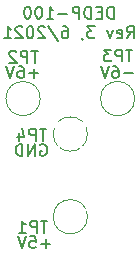
<source format=gbo>
G04 #@! TF.GenerationSoftware,KiCad,Pcbnew,5.1.9-73d0e3b20d~88~ubuntu20.04.1*
G04 #@! TF.CreationDate,2021-06-04T11:55:54+03:00*
G04 #@! TF.ProjectId,differential-tweezer,64696666-6572-4656-9e74-69616c2d7477,rev?*
G04 #@! TF.SameCoordinates,Original*
G04 #@! TF.FileFunction,Legend,Bot*
G04 #@! TF.FilePolarity,Positive*
%FSLAX46Y46*%
G04 Gerber Fmt 4.6, Leading zero omitted, Abs format (unit mm)*
G04 Created by KiCad (PCBNEW 5.1.9-73d0e3b20d~88~ubuntu20.04.1) date 2021-06-04 11:55:54*
%MOMM*%
%LPD*%
G01*
G04 APERTURE LIST*
%ADD10C,0.150000*%
%ADD11C,0.120000*%
%ADD12C,2.800000*%
%ADD13C,2.000000*%
%ADD14C,0.600000*%
%ADD15C,4.200000*%
%ADD16C,2.500000*%
G04 APERTURE END LIST*
D10*
X17661904Y-15227380D02*
X17661904Y-14227380D01*
X17423809Y-14227380D01*
X17280952Y-14275000D01*
X17185714Y-14370238D01*
X17138095Y-14465476D01*
X17090476Y-14655952D01*
X17090476Y-14798809D01*
X17138095Y-14989285D01*
X17185714Y-15084523D01*
X17280952Y-15179761D01*
X17423809Y-15227380D01*
X17661904Y-15227380D01*
X16661904Y-14703571D02*
X16328571Y-14703571D01*
X16185714Y-15227380D02*
X16661904Y-15227380D01*
X16661904Y-14227380D01*
X16185714Y-14227380D01*
X15757142Y-15227380D02*
X15757142Y-14227380D01*
X15519047Y-14227380D01*
X15376190Y-14275000D01*
X15280952Y-14370238D01*
X15233333Y-14465476D01*
X15185714Y-14655952D01*
X15185714Y-14798809D01*
X15233333Y-14989285D01*
X15280952Y-15084523D01*
X15376190Y-15179761D01*
X15519047Y-15227380D01*
X15757142Y-15227380D01*
X14757142Y-15227380D02*
X14757142Y-14227380D01*
X14376190Y-14227380D01*
X14280952Y-14275000D01*
X14233333Y-14322619D01*
X14185714Y-14417857D01*
X14185714Y-14560714D01*
X14233333Y-14655952D01*
X14280952Y-14703571D01*
X14376190Y-14751190D01*
X14757142Y-14751190D01*
X13757142Y-14846428D02*
X12995238Y-14846428D01*
X11995238Y-15227380D02*
X12566666Y-15227380D01*
X12280952Y-15227380D02*
X12280952Y-14227380D01*
X12376190Y-14370238D01*
X12471428Y-14465476D01*
X12566666Y-14513095D01*
X11376190Y-14227380D02*
X11280952Y-14227380D01*
X11185714Y-14275000D01*
X11138095Y-14322619D01*
X11090476Y-14417857D01*
X11042857Y-14608333D01*
X11042857Y-14846428D01*
X11090476Y-15036904D01*
X11138095Y-15132142D01*
X11185714Y-15179761D01*
X11280952Y-15227380D01*
X11376190Y-15227380D01*
X11471428Y-15179761D01*
X11519047Y-15132142D01*
X11566666Y-15036904D01*
X11614285Y-14846428D01*
X11614285Y-14608333D01*
X11566666Y-14417857D01*
X11519047Y-14322619D01*
X11471428Y-14275000D01*
X11376190Y-14227380D01*
X10423809Y-14227380D02*
X10328571Y-14227380D01*
X10233333Y-14275000D01*
X10185714Y-14322619D01*
X10138095Y-14417857D01*
X10090476Y-14608333D01*
X10090476Y-14846428D01*
X10138095Y-15036904D01*
X10185714Y-15132142D01*
X10233333Y-15179761D01*
X10328571Y-15227380D01*
X10423809Y-15227380D01*
X10519047Y-15179761D01*
X10566666Y-15132142D01*
X10614285Y-15036904D01*
X10661904Y-14846428D01*
X10661904Y-14608333D01*
X10614285Y-14417857D01*
X10566666Y-14322619D01*
X10519047Y-14275000D01*
X10423809Y-14227380D01*
X18780952Y-16877380D02*
X19114285Y-16401190D01*
X19352380Y-16877380D02*
X19352380Y-15877380D01*
X18971428Y-15877380D01*
X18876190Y-15925000D01*
X18828571Y-15972619D01*
X18780952Y-16067857D01*
X18780952Y-16210714D01*
X18828571Y-16305952D01*
X18876190Y-16353571D01*
X18971428Y-16401190D01*
X19352380Y-16401190D01*
X17971428Y-16829761D02*
X18066666Y-16877380D01*
X18257142Y-16877380D01*
X18352380Y-16829761D01*
X18400000Y-16734523D01*
X18400000Y-16353571D01*
X18352380Y-16258333D01*
X18257142Y-16210714D01*
X18066666Y-16210714D01*
X17971428Y-16258333D01*
X17923809Y-16353571D01*
X17923809Y-16448809D01*
X18400000Y-16544047D01*
X17590476Y-16210714D02*
X17352380Y-16877380D01*
X17114285Y-16210714D01*
X16066666Y-15877380D02*
X15447619Y-15877380D01*
X15780952Y-16258333D01*
X15638095Y-16258333D01*
X15542857Y-16305952D01*
X15495238Y-16353571D01*
X15447619Y-16448809D01*
X15447619Y-16686904D01*
X15495238Y-16782142D01*
X15542857Y-16829761D01*
X15638095Y-16877380D01*
X15923809Y-16877380D01*
X16019047Y-16829761D01*
X16066666Y-16782142D01*
X14971428Y-16829761D02*
X14971428Y-16877380D01*
X15019047Y-16972619D01*
X15066666Y-17020238D01*
X13352380Y-15877380D02*
X13542857Y-15877380D01*
X13638095Y-15925000D01*
X13685714Y-15972619D01*
X13780952Y-16115476D01*
X13828571Y-16305952D01*
X13828571Y-16686904D01*
X13780952Y-16782142D01*
X13733333Y-16829761D01*
X13638095Y-16877380D01*
X13447619Y-16877380D01*
X13352380Y-16829761D01*
X13304761Y-16782142D01*
X13257142Y-16686904D01*
X13257142Y-16448809D01*
X13304761Y-16353571D01*
X13352380Y-16305952D01*
X13447619Y-16258333D01*
X13638095Y-16258333D01*
X13733333Y-16305952D01*
X13780952Y-16353571D01*
X13828571Y-16448809D01*
X12114285Y-15829761D02*
X12971428Y-17115476D01*
X11828571Y-15972619D02*
X11780952Y-15925000D01*
X11685714Y-15877380D01*
X11447619Y-15877380D01*
X11352380Y-15925000D01*
X11304761Y-15972619D01*
X11257142Y-16067857D01*
X11257142Y-16163095D01*
X11304761Y-16305952D01*
X11876190Y-16877380D01*
X11257142Y-16877380D01*
X10638095Y-15877380D02*
X10542857Y-15877380D01*
X10447619Y-15925000D01*
X10400000Y-15972619D01*
X10352380Y-16067857D01*
X10304761Y-16258333D01*
X10304761Y-16496428D01*
X10352380Y-16686904D01*
X10400000Y-16782142D01*
X10447619Y-16829761D01*
X10542857Y-16877380D01*
X10638095Y-16877380D01*
X10733333Y-16829761D01*
X10780952Y-16782142D01*
X10828571Y-16686904D01*
X10876190Y-16496428D01*
X10876190Y-16258333D01*
X10828571Y-16067857D01*
X10780952Y-15972619D01*
X10733333Y-15925000D01*
X10638095Y-15877380D01*
X9923809Y-15972619D02*
X9876190Y-15925000D01*
X9780952Y-15877380D01*
X9542857Y-15877380D01*
X9447619Y-15925000D01*
X9400000Y-15972619D01*
X9352380Y-16067857D01*
X9352380Y-16163095D01*
X9400000Y-16305952D01*
X9971428Y-16877380D01*
X9352380Y-16877380D01*
X8400000Y-16877380D02*
X8971428Y-16877380D01*
X8685714Y-16877380D02*
X8685714Y-15877380D01*
X8780952Y-16020238D01*
X8876190Y-16115476D01*
X8971428Y-16163095D01*
D11*
G04 #@! TO.C,TP4*
X15450000Y-25000000D02*
G75*
G03*
X15450000Y-25000000I-1450000J0D01*
G01*
G04 #@! TO.C,TP3*
X19450000Y-22000000D02*
G75*
G03*
X19450000Y-22000000I-1450000J0D01*
G01*
G04 #@! TO.C,TP2*
X11450000Y-22000000D02*
G75*
G03*
X11450000Y-22000000I-1450000J0D01*
G01*
G04 #@! TO.C,TP1*
X15450000Y-32000000D02*
G75*
G03*
X15450000Y-32000000I-1450000J0D01*
G01*
G04 #@! TO.C,TP4*
D10*
X11961904Y-24552380D02*
X11390476Y-24552380D01*
X11676190Y-25552380D02*
X11676190Y-24552380D01*
X11057142Y-25552380D02*
X11057142Y-24552380D01*
X10676190Y-24552380D01*
X10580952Y-24600000D01*
X10533333Y-24647619D01*
X10485714Y-24742857D01*
X10485714Y-24885714D01*
X10533333Y-24980952D01*
X10580952Y-25028571D01*
X10676190Y-25076190D01*
X11057142Y-25076190D01*
X9628571Y-24885714D02*
X9628571Y-25552380D01*
X9866666Y-24504761D02*
X10104761Y-25219047D01*
X9485714Y-25219047D01*
X11461904Y-25900000D02*
X11557142Y-25852380D01*
X11700000Y-25852380D01*
X11842857Y-25900000D01*
X11938095Y-25995238D01*
X11985714Y-26090476D01*
X12033333Y-26280952D01*
X12033333Y-26423809D01*
X11985714Y-26614285D01*
X11938095Y-26709523D01*
X11842857Y-26804761D01*
X11700000Y-26852380D01*
X11604761Y-26852380D01*
X11461904Y-26804761D01*
X11414285Y-26757142D01*
X11414285Y-26423809D01*
X11604761Y-26423809D01*
X10985714Y-26852380D02*
X10985714Y-25852380D01*
X10414285Y-26852380D01*
X10414285Y-25852380D01*
X9938095Y-26852380D02*
X9938095Y-25852380D01*
X9700000Y-25852380D01*
X9557142Y-25900000D01*
X9461904Y-25995238D01*
X9414285Y-26090476D01*
X9366666Y-26280952D01*
X9366666Y-26423809D01*
X9414285Y-26614285D01*
X9461904Y-26709523D01*
X9557142Y-26804761D01*
X9700000Y-26852380D01*
X9938095Y-26852380D01*
G04 #@! TO.C,TP3*
X19261904Y-17852380D02*
X18690476Y-17852380D01*
X18976190Y-18852380D02*
X18976190Y-17852380D01*
X18357142Y-18852380D02*
X18357142Y-17852380D01*
X17976190Y-17852380D01*
X17880952Y-17900000D01*
X17833333Y-17947619D01*
X17785714Y-18042857D01*
X17785714Y-18185714D01*
X17833333Y-18280952D01*
X17880952Y-18328571D01*
X17976190Y-18376190D01*
X18357142Y-18376190D01*
X17452380Y-17852380D02*
X16833333Y-17852380D01*
X17166666Y-18233333D01*
X17023809Y-18233333D01*
X16928571Y-18280952D01*
X16880952Y-18328571D01*
X16833333Y-18423809D01*
X16833333Y-18661904D01*
X16880952Y-18757142D01*
X16928571Y-18804761D01*
X17023809Y-18852380D01*
X17309523Y-18852380D01*
X17404761Y-18804761D01*
X17452380Y-18757142D01*
X19285714Y-19871428D02*
X18523809Y-19871428D01*
X17619047Y-19252380D02*
X17809523Y-19252380D01*
X17904761Y-19300000D01*
X17952380Y-19347619D01*
X18047619Y-19490476D01*
X18095238Y-19680952D01*
X18095238Y-20061904D01*
X18047619Y-20157142D01*
X18000000Y-20204761D01*
X17904761Y-20252380D01*
X17714285Y-20252380D01*
X17619047Y-20204761D01*
X17571428Y-20157142D01*
X17523809Y-20061904D01*
X17523809Y-19823809D01*
X17571428Y-19728571D01*
X17619047Y-19680952D01*
X17714285Y-19633333D01*
X17904761Y-19633333D01*
X18000000Y-19680952D01*
X18047619Y-19728571D01*
X18095238Y-19823809D01*
X17238095Y-19252380D02*
X16904761Y-20252380D01*
X16571428Y-19252380D01*
G04 #@! TO.C,TP2*
X11261904Y-17952380D02*
X10690476Y-17952380D01*
X10976190Y-18952380D02*
X10976190Y-17952380D01*
X10357142Y-18952380D02*
X10357142Y-17952380D01*
X9976190Y-17952380D01*
X9880952Y-18000000D01*
X9833333Y-18047619D01*
X9785714Y-18142857D01*
X9785714Y-18285714D01*
X9833333Y-18380952D01*
X9880952Y-18428571D01*
X9976190Y-18476190D01*
X10357142Y-18476190D01*
X9404761Y-18047619D02*
X9357142Y-18000000D01*
X9261904Y-17952380D01*
X9023809Y-17952380D01*
X8928571Y-18000000D01*
X8880952Y-18047619D01*
X8833333Y-18142857D01*
X8833333Y-18238095D01*
X8880952Y-18380952D01*
X9452380Y-18952380D01*
X8833333Y-18952380D01*
X11285714Y-19871428D02*
X10523809Y-19871428D01*
X10904761Y-20252380D02*
X10904761Y-19490476D01*
X9619047Y-19252380D02*
X9809523Y-19252380D01*
X9904761Y-19300000D01*
X9952380Y-19347619D01*
X10047619Y-19490476D01*
X10095238Y-19680952D01*
X10095238Y-20061904D01*
X10047619Y-20157142D01*
X10000000Y-20204761D01*
X9904761Y-20252380D01*
X9714285Y-20252380D01*
X9619047Y-20204761D01*
X9571428Y-20157142D01*
X9523809Y-20061904D01*
X9523809Y-19823809D01*
X9571428Y-19728571D01*
X9619047Y-19680952D01*
X9714285Y-19633333D01*
X9904761Y-19633333D01*
X10000000Y-19680952D01*
X10047619Y-19728571D01*
X10095238Y-19823809D01*
X9238095Y-19252380D02*
X8904761Y-20252380D01*
X8571428Y-19252380D01*
G04 #@! TO.C,TP1*
X12061904Y-32352380D02*
X11490476Y-32352380D01*
X11776190Y-33352380D02*
X11776190Y-32352380D01*
X11157142Y-33352380D02*
X11157142Y-32352380D01*
X10776190Y-32352380D01*
X10680952Y-32400000D01*
X10633333Y-32447619D01*
X10585714Y-32542857D01*
X10585714Y-32685714D01*
X10633333Y-32780952D01*
X10680952Y-32828571D01*
X10776190Y-32876190D01*
X11157142Y-32876190D01*
X9633333Y-33352380D02*
X10204761Y-33352380D01*
X9919047Y-33352380D02*
X9919047Y-32352380D01*
X10014285Y-32495238D01*
X10109523Y-32590476D01*
X10204761Y-32638095D01*
X12285714Y-34271428D02*
X11523809Y-34271428D01*
X11904761Y-34652380D02*
X11904761Y-33890476D01*
X10571428Y-33652380D02*
X11047619Y-33652380D01*
X11095238Y-34128571D01*
X11047619Y-34080952D01*
X10952380Y-34033333D01*
X10714285Y-34033333D01*
X10619047Y-34080952D01*
X10571428Y-34128571D01*
X10523809Y-34223809D01*
X10523809Y-34461904D01*
X10571428Y-34557142D01*
X10619047Y-34604761D01*
X10714285Y-34652380D01*
X10952380Y-34652380D01*
X11047619Y-34604761D01*
X11095238Y-34557142D01*
X10238095Y-33652380D02*
X9904761Y-34652380D01*
X9571428Y-33652380D01*
G04 #@! TD*
%LPC*%
D12*
G04 #@! TO.C,J8*
X7500000Y-1700000D03*
X7500000Y-6100000D03*
X11900000Y-6100000D03*
X11900000Y-1700000D03*
D13*
X9700000Y-3900000D03*
G04 #@! TD*
D14*
G04 #@! TO.C,J2*
X15600000Y-31300000D03*
X15600000Y-33400000D03*
X15600000Y-35500000D03*
X12400000Y-31300000D03*
X12400000Y-33400000D03*
X12400000Y-35500000D03*
G04 #@! TD*
G04 #@! TO.C,J4*
X25099794Y-10392150D03*
X24500617Y-10423551D03*
X25131196Y-10991327D03*
G04 #@! TD*
G04 #@! TO.C,J3*
X25249794Y-13192150D03*
X24650617Y-13223551D03*
X25281196Y-13791327D03*
G04 #@! TD*
G04 #@! TO.C,J6*
X2718804Y-13791327D03*
X3349383Y-13223551D03*
X2750206Y-13192150D03*
G04 #@! TD*
G04 #@! TO.C,J5*
X2868804Y-10991327D03*
X3499383Y-10423551D03*
X2900206Y-10392150D03*
G04 #@! TD*
D13*
G04 #@! TO.C,J1*
X14000000Y-21700000D03*
D14*
X15100000Y-28400000D03*
X12900000Y-28400000D03*
X12900000Y-24200000D03*
X12900000Y-26300000D03*
X15100000Y-26300000D03*
X15100000Y-24200000D03*
G04 #@! TD*
D12*
G04 #@! TO.C,J7*
X16100000Y-1700000D03*
X16100000Y-6100000D03*
X20500000Y-6100000D03*
X20500000Y-1700000D03*
D13*
X18300000Y-3900000D03*
G04 #@! TD*
D15*
G04 #@! TO.C,H1*
X19400000Y-34700000D03*
G04 #@! TD*
D16*
G04 #@! TO.C,TP4*
X14000000Y-25000000D03*
G04 #@! TD*
G04 #@! TO.C,TP3*
X18000000Y-22000000D03*
G04 #@! TD*
G04 #@! TO.C,TP2*
X10000000Y-22000000D03*
G04 #@! TD*
G04 #@! TO.C,TP1*
X14000000Y-32000000D03*
G04 #@! TD*
M02*

</source>
